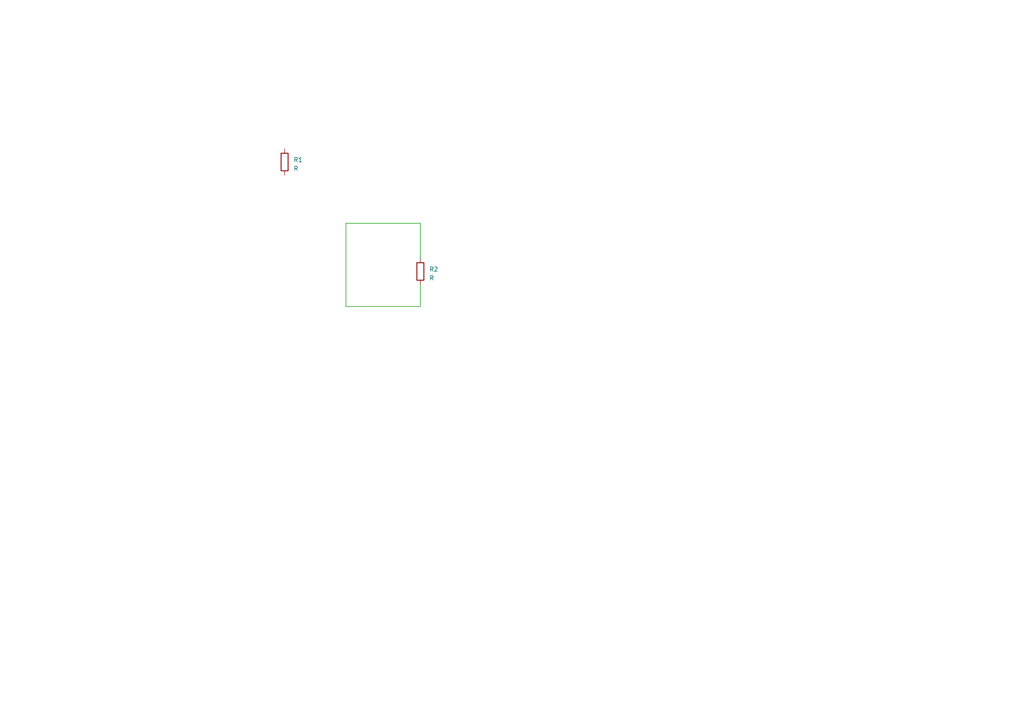
<source format=kicad_sch>
(kicad_sch (version 20220904) (generator eeschema)
  (paper "A4")
  (lib_symbols
    (symbol "Device:R" (pin_numbers hide) (pin_names (offset 0))
      (property "Reference" "R" (at 2.032 0 90))
      (property "Value" "R" (at 0 0 90))
      (symbol "R_0_1"
        (rectangle (start -1.016 -2.54) (end 1.016 2.54) (stroke (width 0.254)))
      )
      (symbol "R_1_1"
        (pin passive line (at 0 3.81 270) (length 1.27) (name "~") (number "1"))
        (pin passive line (at 0 -3.81 90) (length 1.27) (name "~") (number "2"))
      )
    )
  )
  (wire (pts (xy 100.33 64.77) (xy 121.92 64.77)))
  (wire (pts (xy 121.92 64.77) (xy 121.92 74.93)))
  (wire (pts (xy 121.92 88.9) (xy 100.33 88.9)))
  (wire (pts (xy 100.33 88.9) (xy 100.33 64.77)))
  (wire (pts (xy 121.92 82.55) (xy 121.92 88.9)))
  (symbol (lib_id "Device:R") (at 82.55 46.99 0) (unit 1)
    (default_instance (reference "R1") (unit 1) (value "R") (footprint ""))
    (property "Reference" "R1" (at 85.09 46.355 0) (effects (justify left)))
    (property "Value" "R" (at 85.09 48.895 0) (effects (justify left)))
  )
  (symbol (lib_id "Device:R") (at 121.92 78.74 0) (unit 1)
    (default_instance (reference "R1") (unit 1) (value "R") (footprint ""))
    (property "Reference" "R2" (at 124.46 78.105 0) (effects (justify left)))
    (property "Value" "R" (at 124.46 80.645 0) (effects (justify left)))
  )
)
</source>
